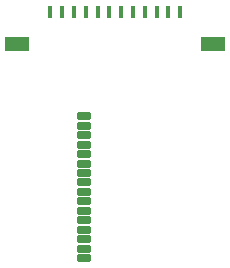
<source format=gbr>
%TF.GenerationSoftware,KiCad,Pcbnew,7.0.8*%
%TF.CreationDate,2024-06-14T11:44:33-04:00*%
%TF.ProjectId,mavnusadapter,6d61766e-7573-4616-9461-707465722e6b,rev?*%
%TF.SameCoordinates,Original*%
%TF.FileFunction,Soldermask,Top*%
%TF.FilePolarity,Negative*%
%FSLAX46Y46*%
G04 Gerber Fmt 4.6, Leading zero omitted, Abs format (unit mm)*
G04 Created by KiCad (PCBNEW 7.0.8) date 2024-06-14 11:44:33*
%MOMM*%
%LPD*%
G01*
G04 APERTURE LIST*
G04 Aperture macros list*
%AMRoundRect*
0 Rectangle with rounded corners*
0 $1 Rounding radius*
0 $2 $3 $4 $5 $6 $7 $8 $9 X,Y pos of 4 corners*
0 Add a 4 corners polygon primitive as box body*
4,1,4,$2,$3,$4,$5,$6,$7,$8,$9,$2,$3,0*
0 Add four circle primitives for the rounded corners*
1,1,$1+$1,$2,$3*
1,1,$1+$1,$4,$5*
1,1,$1+$1,$6,$7*
1,1,$1+$1,$8,$9*
0 Add four rect primitives between the rounded corners*
20,1,$1+$1,$2,$3,$4,$5,0*
20,1,$1+$1,$4,$5,$6,$7,0*
20,1,$1+$1,$6,$7,$8,$9,0*
20,1,$1+$1,$8,$9,$2,$3,0*%
G04 Aperture macros list end*
%ADD10R,0.400000X1.000000*%
%ADD11R,2.000000X1.300000*%
%ADD12RoundRect,0.150000X-0.475000X-0.150000X0.475000X-0.150000X0.475000X0.150000X-0.475000X0.150000X0*%
G04 APERTURE END LIST*
D10*
%TO.C,REF\u002A\u002A*%
X31199000Y-17848600D03*
X30199000Y-17848600D03*
X29199000Y-17848600D03*
X28199000Y-17848600D03*
X27199000Y-17848600D03*
X26199000Y-17848600D03*
X25199000Y-17848600D03*
X24199000Y-17848600D03*
X23199000Y-17848600D03*
X22199000Y-17848600D03*
X21199000Y-17848600D03*
X20199000Y-17848600D03*
D11*
X17399000Y-20548600D03*
X33999000Y-20548600D03*
%TD*%
D12*
%TO.C,REF\u002A\u002A*%
X23019600Y-26643600D03*
X23019600Y-27443600D03*
X23019600Y-28243600D03*
X23019600Y-29043600D03*
X23019600Y-29843600D03*
X23019600Y-30643600D03*
X23019600Y-31443600D03*
X23019600Y-32243600D03*
X23019600Y-33043600D03*
X23019600Y-33843600D03*
X23019600Y-34643600D03*
X23019600Y-35443600D03*
X23019600Y-36243600D03*
X23019600Y-37043600D03*
X23019600Y-37843600D03*
X23019600Y-38643600D03*
%TD*%
M02*

</source>
